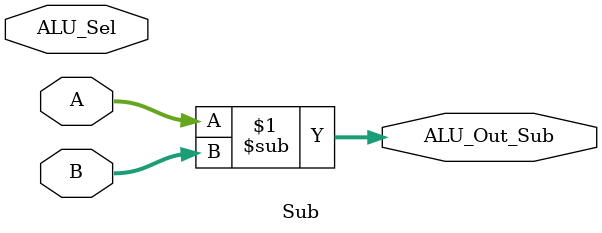
<source format=v>
module Sub(output [3:0] ALU_Out_Sub, input [3:0] A, input [3:0] B,input [3:0] ALU_Sel);
assign ALU_Out_Sub = A - B ;
endmodule

</source>
